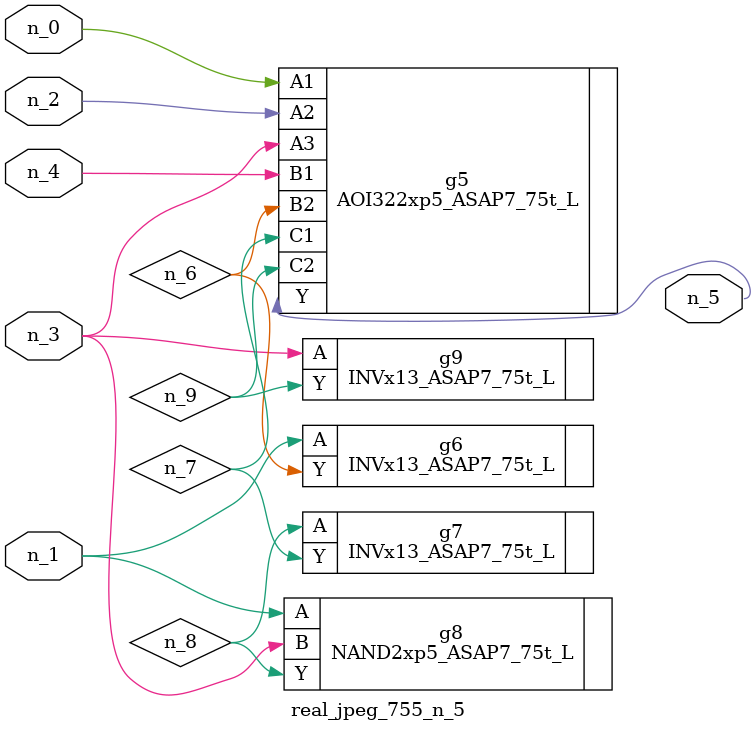
<source format=v>
module real_jpeg_755_n_5 (n_4, n_0, n_1, n_2, n_3, n_5);

input n_4;
input n_0;
input n_1;
input n_2;
input n_3;

output n_5;

wire n_8;
wire n_6;
wire n_7;
wire n_9;

AOI322xp5_ASAP7_75t_L g5 ( 
.A1(n_0),
.A2(n_2),
.A3(n_3),
.B1(n_4),
.B2(n_6),
.C1(n_7),
.C2(n_9),
.Y(n_5)
);

INVx13_ASAP7_75t_L g6 ( 
.A(n_1),
.Y(n_6)
);

NAND2xp5_ASAP7_75t_L g8 ( 
.A(n_1),
.B(n_3),
.Y(n_8)
);

INVx13_ASAP7_75t_L g9 ( 
.A(n_3),
.Y(n_9)
);

INVx13_ASAP7_75t_L g7 ( 
.A(n_8),
.Y(n_7)
);


endmodule
</source>
